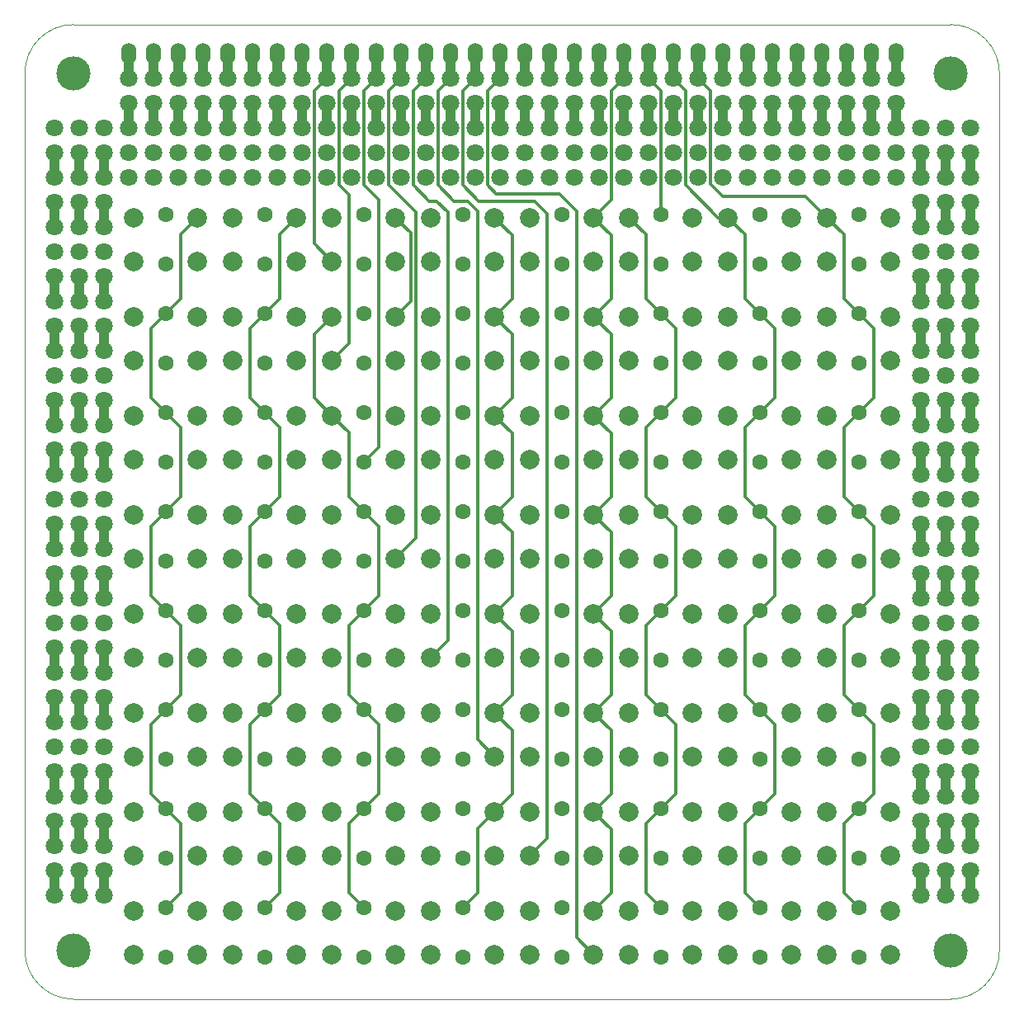
<source format=gtl>
G04 #@! TF.FileFunction,Copper,L1,Top,Signal*
%FSLAX46Y46*%
G04 Gerber Fmt 4.6, Leading zero omitted, Abs format (unit mm)*
G04 Created by KiCad (PCBNEW 4.0.5) date 11/09/17 02:57:30*
%MOMM*%
%LPD*%
G01*
G04 APERTURE LIST*
%ADD10C,0.150000*%
%ADD11C,0.100000*%
%ADD12C,1.000000*%
%ADD13C,2.000000*%
%ADD14C,1.600000*%
%ADD15C,3.500120*%
%ADD16O,1.524000X2.199640*%
%ADD17C,1.800000*%
%ADD18C,0.300000*%
G04 APERTURE END LIST*
D10*
D11*
X60000000Y-95000000D02*
G75*
G03X55000000Y-100000000I0J-5000000D01*
G01*
X155000000Y-100000000D02*
G75*
G03X150000000Y-95000000I-5000000J0D01*
G01*
X150000000Y-195000000D02*
G75*
G03X155000000Y-190000000I0J5000000D01*
G01*
X55000000Y-190000000D02*
G75*
G03X60000000Y-195000000I5000000J0D01*
G01*
X60000000Y-95000000D02*
X150000000Y-95000000D01*
X155000000Y-100000000D02*
X155000000Y-190000000D01*
X150000000Y-195000000D02*
X60000000Y-195000000D01*
X55000000Y-190000000D02*
X55000000Y-100000000D01*
D12*
X58010000Y-179290000D02*
X58010000Y-176750000D01*
X60550000Y-179290000D02*
X60550000Y-176750000D01*
X63090000Y-179290000D02*
X63090000Y-176750000D01*
X58010000Y-184370000D02*
X58010000Y-181830000D01*
X63090000Y-184370000D02*
X63090000Y-181830000D01*
X60550000Y-184370000D02*
X60550000Y-181830000D01*
X58010000Y-174210000D02*
X58010000Y-171670000D01*
X60550000Y-174210000D02*
X60550000Y-171670000D01*
X63090000Y-174210000D02*
X63090000Y-171670000D01*
X63090000Y-153890000D02*
X63090000Y-151350000D01*
X60550000Y-153890000D02*
X60550000Y-151350000D01*
X58010000Y-153890000D02*
X58010000Y-151350000D01*
X58010000Y-148810000D02*
X58010000Y-146270000D01*
X60550000Y-148810000D02*
X60550000Y-146270000D01*
X63090000Y-148810000D02*
X63090000Y-146270000D01*
X63090000Y-161510000D02*
X63090000Y-158970000D01*
X60550000Y-161510000D02*
X60550000Y-158970000D01*
X58010000Y-161510000D02*
X58010000Y-158970000D01*
X58010000Y-166590000D02*
X58010000Y-164050000D01*
X60550000Y-166590000D02*
X60550000Y-164050000D01*
X63090000Y-166590000D02*
X63090000Y-164050000D01*
X63090000Y-123410000D02*
X63090000Y-120870000D01*
X60550000Y-123410000D02*
X60550000Y-120870000D01*
X58010000Y-123410000D02*
X58010000Y-120870000D01*
X65630000Y-105630000D02*
X65630000Y-103090000D01*
X63090000Y-110710000D02*
X63090000Y-108170000D01*
X60550000Y-110710000D02*
X60550000Y-108170000D01*
X58010000Y-110710000D02*
X58010000Y-108170000D01*
X58010000Y-115790000D02*
X58010000Y-113250000D01*
X60550000Y-115790000D02*
X60550000Y-113250000D01*
X63090000Y-115790000D02*
X63090000Y-113250000D01*
X63090000Y-136110000D02*
X63090000Y-133570000D01*
X60550000Y-136110000D02*
X60550000Y-133570000D01*
X58010000Y-136110000D02*
X58010000Y-133570000D01*
X58010000Y-128490000D02*
X58010000Y-125950000D01*
X60550000Y-128490000D02*
X60550000Y-125950000D01*
X63090000Y-128490000D02*
X63090000Y-125950000D01*
X63090000Y-141190000D02*
X63090000Y-138650000D01*
X60550000Y-141190000D02*
X60550000Y-138650000D01*
X58010000Y-141190000D02*
X58010000Y-138650000D01*
X151990000Y-148810000D02*
X151990000Y-146270000D01*
X149450000Y-148810000D02*
X149450000Y-146270000D01*
X146910000Y-148810000D02*
X146910000Y-146270000D01*
X146910000Y-141190000D02*
X146910000Y-138650000D01*
X149450000Y-141190000D02*
X149450000Y-138650000D01*
X151990000Y-141190000D02*
X151990000Y-138650000D01*
X146910000Y-136110000D02*
X146910000Y-133570000D01*
X149450000Y-136110000D02*
X149450000Y-133570000D01*
X151990000Y-136110000D02*
X151990000Y-133570000D01*
X151990000Y-115790000D02*
X151990000Y-113250000D01*
X149450000Y-115790000D02*
X149450000Y-113250000D01*
X146910000Y-115790000D02*
X146910000Y-113250000D01*
X146910000Y-110710000D02*
X146910000Y-108170000D01*
X149450000Y-110710000D02*
X149450000Y-108170000D01*
X151990000Y-110710000D02*
X151990000Y-108170000D01*
X151990000Y-123410000D02*
X151990000Y-120870000D01*
X149450000Y-123410000D02*
X149450000Y-120870000D01*
X146910000Y-123410000D02*
X146910000Y-120870000D01*
X146910000Y-128490000D02*
X146910000Y-125950000D01*
X149450000Y-128490000D02*
X149450000Y-125950000D01*
X151990000Y-128490000D02*
X151990000Y-125950000D01*
X151990000Y-166590000D02*
X151990000Y-164050000D01*
X149450000Y-166590000D02*
X149450000Y-164050000D01*
X146910000Y-166590000D02*
X146910000Y-164050000D01*
X146910000Y-161510000D02*
X146910000Y-158970000D01*
X149450000Y-161510000D02*
X149450000Y-158970000D01*
X151990000Y-161510000D02*
X151990000Y-158970000D01*
X151990000Y-153890000D02*
X151990000Y-151350000D01*
X149450000Y-153890000D02*
X149450000Y-151350000D01*
X146910000Y-153890000D02*
X146910000Y-151350000D01*
X151990000Y-179290000D02*
X151990000Y-176750000D01*
X149450000Y-179290000D02*
X149450000Y-176750000D01*
X146910000Y-179290000D02*
X146910000Y-176750000D01*
X146910000Y-174210000D02*
X146910000Y-171670000D01*
X149450000Y-174210000D02*
X149450000Y-171670000D01*
X151990000Y-174210000D02*
X151990000Y-171670000D01*
X151990000Y-184370000D02*
X151990000Y-181830000D01*
X149450000Y-184370000D02*
X149450000Y-181830000D01*
X146910000Y-184370000D02*
X146910000Y-181830000D01*
X139290000Y-105630000D02*
X139290000Y-103090000D01*
X136750000Y-105630000D02*
X136750000Y-103090000D01*
X134210000Y-105630000D02*
X134210000Y-103090000D01*
X141830000Y-105630000D02*
X141830000Y-103090000D01*
X144370000Y-105630000D02*
X144370000Y-103090000D01*
X131670000Y-105630000D02*
X131670000Y-103090000D01*
X129130000Y-105630000D02*
X129130000Y-103090000D01*
X126590000Y-105630000D02*
X126590000Y-103090000D01*
X121510000Y-105630000D02*
X121510000Y-103090000D01*
X124050000Y-105630000D02*
X124050000Y-103090000D01*
X93570000Y-105630000D02*
X93570000Y-103090000D01*
X91030000Y-105630000D02*
X91030000Y-103090000D01*
X88490000Y-105630000D02*
X88490000Y-103090000D01*
X96110000Y-105630000D02*
X96110000Y-103090000D01*
X98650000Y-105630000D02*
X98650000Y-103090000D01*
X101190000Y-105630000D02*
X101190000Y-103090000D01*
X116430000Y-105630000D02*
X116430000Y-103090000D01*
X113890000Y-105630000D02*
X113890000Y-103090000D01*
X111350000Y-105630000D02*
X111350000Y-103090000D01*
X103730000Y-105630000D02*
X103730000Y-103090000D01*
X106270000Y-105630000D02*
X106270000Y-103090000D01*
X108810000Y-105630000D02*
X108810000Y-103090000D01*
X78330000Y-105630000D02*
X78330000Y-103090000D01*
X75790000Y-105630000D02*
X75790000Y-103090000D01*
X73250000Y-105630000D02*
X73250000Y-103090000D01*
X80870000Y-105630000D02*
X80870000Y-103090000D01*
X83410000Y-105630000D02*
X83410000Y-103090000D01*
X85950000Y-105630000D02*
X85950000Y-103090000D01*
X70710000Y-105630000D02*
X70710000Y-103090000D01*
X68170000Y-105630000D02*
X68170000Y-103090000D01*
X118970000Y-105630000D02*
X118970000Y-103090000D01*
X106270000Y-100550000D02*
X106270000Y-98010000D01*
X108810000Y-100550000D02*
X108810000Y-98010000D01*
X111350000Y-100550000D02*
X111350000Y-98010000D01*
X113890000Y-100550000D02*
X113890000Y-98010000D01*
X116430000Y-100550000D02*
X116430000Y-98010000D01*
X118970000Y-100550000D02*
X118970000Y-98010000D01*
X121510000Y-100550000D02*
X121510000Y-98010000D01*
X124050000Y-100550000D02*
X124050000Y-98010000D01*
X144370000Y-100550000D02*
X144370000Y-98010000D01*
X141830000Y-100550000D02*
X141830000Y-98010000D01*
X139290000Y-100550000D02*
X139290000Y-98010000D01*
X136750000Y-100550000D02*
X136750000Y-98010000D01*
X134210000Y-100550000D02*
X134210000Y-98010000D01*
X131670000Y-100550000D02*
X131670000Y-98010000D01*
X129130000Y-100550000D02*
X129130000Y-98010000D01*
X126590000Y-100550000D02*
X126590000Y-98010000D01*
X83410000Y-100550000D02*
X83410000Y-98010000D01*
X80870000Y-100550000D02*
X80870000Y-98010000D01*
X78330000Y-100550000D02*
X78330000Y-98010000D01*
X75790000Y-100550000D02*
X75790000Y-98010000D01*
X73250000Y-100550000D02*
X73250000Y-98010000D01*
X70710000Y-100550000D02*
X70710000Y-98010000D01*
X68170000Y-100550000D02*
X68170000Y-98010000D01*
X65630000Y-100550000D02*
X65630000Y-98010000D01*
X85950000Y-100550000D02*
X85950000Y-98010000D01*
X88490000Y-100550000D02*
X88490000Y-98010000D01*
X91030000Y-100550000D02*
X91030000Y-98010000D01*
X93570000Y-100550000D02*
X93570000Y-98010000D01*
X96110000Y-100550000D02*
X96110000Y-98010000D01*
X98650000Y-100550000D02*
X98650000Y-98010000D01*
X101190000Y-100550000D02*
X101190000Y-98010000D01*
X103730000Y-100550000D02*
X103730000Y-98010000D01*
D13*
X86510000Y-129470000D03*
X93010000Y-124970000D03*
X86510000Y-124970000D03*
X93010000Y-129470000D03*
D14*
X89760000Y-124680000D03*
X89760000Y-129760000D03*
D13*
X66190000Y-139630000D03*
X72690000Y-135130000D03*
X66190000Y-135130000D03*
X72690000Y-139630000D03*
D14*
X69440000Y-134840000D03*
X69440000Y-139920000D03*
D13*
X66190000Y-129470000D03*
X72690000Y-124970000D03*
X66190000Y-124970000D03*
X72690000Y-129470000D03*
D14*
X69440000Y-124680000D03*
X69440000Y-129760000D03*
D13*
X106830000Y-119310000D03*
X113330000Y-114810000D03*
X106830000Y-114810000D03*
X113330000Y-119310000D03*
D14*
X110080000Y-114520000D03*
X110080000Y-119600000D03*
D15*
X60000000Y-100000000D03*
X60000000Y-100000000D03*
X150000000Y-100000000D03*
X150000000Y-100000000D03*
X150000000Y-190000000D03*
X150000000Y-190000000D03*
X60000000Y-190000000D03*
X60000000Y-190000000D03*
D16*
X85950000Y-98010000D03*
X88490000Y-98010000D03*
X91030000Y-98010000D03*
X93570000Y-98010000D03*
X96110000Y-98010000D03*
X98650000Y-98010000D03*
X101190000Y-98010000D03*
X103730000Y-98010000D03*
X106270000Y-98010000D03*
X108810000Y-98010000D03*
X111350000Y-98010000D03*
X113890000Y-98010000D03*
X116430000Y-98010000D03*
X118970000Y-98010000D03*
X121510000Y-98010000D03*
X124050000Y-98010000D03*
X65630000Y-98010000D03*
X68170000Y-98010000D03*
X70710000Y-98010000D03*
X73250000Y-98010000D03*
X75790000Y-98010000D03*
X78330000Y-98010000D03*
X80870000Y-98010000D03*
X83410000Y-98010000D03*
X126590000Y-98010000D03*
X129130000Y-98010000D03*
X131670000Y-98010000D03*
X134210000Y-98010000D03*
X136750000Y-98010000D03*
X139290000Y-98010000D03*
X141830000Y-98010000D03*
X144370000Y-98010000D03*
D13*
X66190000Y-119310000D03*
X72690000Y-114810000D03*
X66190000Y-114810000D03*
X72690000Y-119310000D03*
D14*
X69440000Y-114520000D03*
X69440000Y-119600000D03*
D13*
X76350000Y-119310000D03*
X82850000Y-114810000D03*
X76350000Y-114810000D03*
X82850000Y-119310000D03*
D14*
X79600000Y-114520000D03*
X79600000Y-119600000D03*
D13*
X86510000Y-119310000D03*
X93010000Y-114810000D03*
X86510000Y-114810000D03*
X93010000Y-119310000D03*
D14*
X89760000Y-114520000D03*
X89760000Y-119600000D03*
D13*
X96670000Y-119310000D03*
X103170000Y-114810000D03*
X96670000Y-114810000D03*
X103170000Y-119310000D03*
D14*
X99920000Y-114520000D03*
X99920000Y-119600000D03*
D13*
X116990000Y-119310000D03*
X123490000Y-114810000D03*
X116990000Y-114810000D03*
X123490000Y-119310000D03*
D14*
X120240000Y-114520000D03*
X120240000Y-119600000D03*
D13*
X127150000Y-119310000D03*
X133650000Y-114810000D03*
X127150000Y-114810000D03*
X133650000Y-119310000D03*
D14*
X130400000Y-114520000D03*
X130400000Y-119600000D03*
D13*
X137310000Y-119310000D03*
X143810000Y-114810000D03*
X137310000Y-114810000D03*
X143810000Y-119310000D03*
D14*
X140560000Y-114520000D03*
X140560000Y-119600000D03*
D13*
X76350000Y-129470000D03*
X82850000Y-124970000D03*
X76350000Y-124970000D03*
X82850000Y-129470000D03*
D14*
X79600000Y-124680000D03*
X79600000Y-129760000D03*
D13*
X96670000Y-129470000D03*
X103170000Y-124970000D03*
X96670000Y-124970000D03*
X103170000Y-129470000D03*
D14*
X99920000Y-124680000D03*
X99920000Y-129760000D03*
D13*
X116990000Y-129470000D03*
X123490000Y-124970000D03*
X116990000Y-124970000D03*
X123490000Y-129470000D03*
D14*
X120240000Y-124680000D03*
X120240000Y-129760000D03*
D13*
X127150000Y-129470000D03*
X133650000Y-124970000D03*
X127150000Y-124970000D03*
X133650000Y-129470000D03*
D14*
X130400000Y-124680000D03*
X130400000Y-129760000D03*
D13*
X137310000Y-129470000D03*
X143810000Y-124970000D03*
X137310000Y-124970000D03*
X143810000Y-129470000D03*
D14*
X140560000Y-124680000D03*
X140560000Y-129760000D03*
D13*
X76350000Y-139630000D03*
X82850000Y-135130000D03*
X76350000Y-135130000D03*
X82850000Y-139630000D03*
D14*
X79600000Y-134840000D03*
X79600000Y-139920000D03*
D13*
X86510000Y-139630000D03*
X93010000Y-135130000D03*
X86510000Y-135130000D03*
X93010000Y-139630000D03*
D14*
X89760000Y-134840000D03*
X89760000Y-139920000D03*
D13*
X106830000Y-139630000D03*
X113330000Y-135130000D03*
X106830000Y-135130000D03*
X113330000Y-139630000D03*
D14*
X110080000Y-134840000D03*
X110080000Y-139920000D03*
D13*
X116990000Y-139630000D03*
X123490000Y-135130000D03*
X116990000Y-135130000D03*
X123490000Y-139630000D03*
D14*
X120240000Y-134840000D03*
X120240000Y-139920000D03*
D13*
X127150000Y-139630000D03*
X133650000Y-135130000D03*
X127150000Y-135130000D03*
X133650000Y-139630000D03*
D14*
X130400000Y-134840000D03*
X130400000Y-139920000D03*
D13*
X137310000Y-139630000D03*
X143810000Y-135130000D03*
X137310000Y-135130000D03*
X143810000Y-139630000D03*
D14*
X140560000Y-134840000D03*
X140560000Y-139920000D03*
D13*
X66190000Y-149790000D03*
X72690000Y-145290000D03*
X66190000Y-145290000D03*
X72690000Y-149790000D03*
D14*
X69440000Y-145000000D03*
X69440000Y-150080000D03*
D13*
X76350000Y-149790000D03*
X82850000Y-145290000D03*
X76350000Y-145290000D03*
X82850000Y-149790000D03*
D14*
X79600000Y-145000000D03*
X79600000Y-150080000D03*
D13*
X86510000Y-149790000D03*
X93010000Y-145290000D03*
X86510000Y-145290000D03*
X93010000Y-149790000D03*
D14*
X89760000Y-145000000D03*
X89760000Y-150080000D03*
D13*
X96670000Y-149790000D03*
X103170000Y-145290000D03*
X96670000Y-145290000D03*
X103170000Y-149790000D03*
D14*
X99920000Y-145000000D03*
X99920000Y-150080000D03*
D13*
X106830000Y-149790000D03*
X113330000Y-145290000D03*
X106830000Y-145290000D03*
X113330000Y-149790000D03*
D14*
X110080000Y-145000000D03*
X110080000Y-150080000D03*
D13*
X116990000Y-149790000D03*
X123490000Y-145290000D03*
X116990000Y-145290000D03*
X123490000Y-149790000D03*
D14*
X120240000Y-145000000D03*
X120240000Y-150080000D03*
D13*
X127150000Y-149790000D03*
X133650000Y-145290000D03*
X127150000Y-145290000D03*
X133650000Y-149790000D03*
D14*
X130400000Y-145000000D03*
X130400000Y-150080000D03*
D13*
X137310000Y-149790000D03*
X143810000Y-145290000D03*
X137310000Y-145290000D03*
X143810000Y-149790000D03*
D14*
X140560000Y-145000000D03*
X140560000Y-150080000D03*
D13*
X66190000Y-159950000D03*
X72690000Y-155450000D03*
X66190000Y-155450000D03*
X72690000Y-159950000D03*
D14*
X69440000Y-155160000D03*
X69440000Y-160240000D03*
D13*
X76350000Y-159950000D03*
X82850000Y-155450000D03*
X76350000Y-155450000D03*
X82850000Y-159950000D03*
D14*
X79600000Y-155160000D03*
X79600000Y-160240000D03*
D13*
X86510000Y-159950000D03*
X93010000Y-155450000D03*
X86510000Y-155450000D03*
X93010000Y-159950000D03*
D14*
X89760000Y-155160000D03*
X89760000Y-160240000D03*
D13*
X96670000Y-159950000D03*
X103170000Y-155450000D03*
X96670000Y-155450000D03*
X103170000Y-159950000D03*
D14*
X99920000Y-155160000D03*
X99920000Y-160240000D03*
D13*
X106830000Y-159950000D03*
X113330000Y-155450000D03*
X106830000Y-155450000D03*
X113330000Y-159950000D03*
D14*
X110080000Y-155160000D03*
X110080000Y-160240000D03*
D13*
X116990000Y-159950000D03*
X123490000Y-155450000D03*
X116990000Y-155450000D03*
X123490000Y-159950000D03*
D14*
X120240000Y-155160000D03*
X120240000Y-160240000D03*
D13*
X127150000Y-159950000D03*
X133650000Y-155450000D03*
X127150000Y-155450000D03*
X133650000Y-159950000D03*
D14*
X130400000Y-155160000D03*
X130400000Y-160240000D03*
D13*
X137310000Y-159950000D03*
X143810000Y-155450000D03*
X137310000Y-155450000D03*
X143810000Y-159950000D03*
D14*
X140560000Y-155160000D03*
X140560000Y-160240000D03*
D13*
X66190000Y-170110000D03*
X72690000Y-165610000D03*
X66190000Y-165610000D03*
X72690000Y-170110000D03*
D14*
X69440000Y-165320000D03*
X69440000Y-170400000D03*
D13*
X76350000Y-170110000D03*
X82850000Y-165610000D03*
X76350000Y-165610000D03*
X82850000Y-170110000D03*
D14*
X79600000Y-165320000D03*
X79600000Y-170400000D03*
D13*
X86510000Y-170110000D03*
X93010000Y-165610000D03*
X86510000Y-165610000D03*
X93010000Y-170110000D03*
D14*
X89760000Y-165320000D03*
X89760000Y-170400000D03*
D13*
X96670000Y-170110000D03*
X103170000Y-165610000D03*
X96670000Y-165610000D03*
X103170000Y-170110000D03*
D14*
X99920000Y-165320000D03*
X99920000Y-170400000D03*
D13*
X106830000Y-170110000D03*
X113330000Y-165610000D03*
X106830000Y-165610000D03*
X113330000Y-170110000D03*
D14*
X110080000Y-165320000D03*
X110080000Y-170400000D03*
D13*
X116990000Y-170110000D03*
X123490000Y-165610000D03*
X116990000Y-165610000D03*
X123490000Y-170110000D03*
D14*
X120240000Y-165320000D03*
X120240000Y-170400000D03*
D13*
X127150000Y-170110000D03*
X133650000Y-165610000D03*
X127150000Y-165610000D03*
X133650000Y-170110000D03*
D14*
X130400000Y-165320000D03*
X130400000Y-170400000D03*
D13*
X137310000Y-170110000D03*
X143810000Y-165610000D03*
X137310000Y-165610000D03*
X143810000Y-170110000D03*
D14*
X140560000Y-165320000D03*
X140560000Y-170400000D03*
D13*
X66190000Y-180270000D03*
X72690000Y-175770000D03*
X66190000Y-175770000D03*
X72690000Y-180270000D03*
D14*
X69440000Y-175480000D03*
X69440000Y-180560000D03*
D13*
X76350000Y-180270000D03*
X82850000Y-175770000D03*
X76350000Y-175770000D03*
X82850000Y-180270000D03*
D14*
X79600000Y-175480000D03*
X79600000Y-180560000D03*
D13*
X86510000Y-180270000D03*
X93010000Y-175770000D03*
X86510000Y-175770000D03*
X93010000Y-180270000D03*
D14*
X89760000Y-175480000D03*
X89760000Y-180560000D03*
D13*
X96670000Y-180270000D03*
X103170000Y-175770000D03*
X96670000Y-175770000D03*
X103170000Y-180270000D03*
D14*
X99920000Y-175480000D03*
X99920000Y-180560000D03*
D13*
X106830000Y-180270000D03*
X113330000Y-175770000D03*
X106830000Y-175770000D03*
X113330000Y-180270000D03*
D14*
X110080000Y-175480000D03*
X110080000Y-180560000D03*
D13*
X116990000Y-180270000D03*
X123490000Y-175770000D03*
X116990000Y-175770000D03*
X123490000Y-180270000D03*
D14*
X120240000Y-175480000D03*
X120240000Y-180560000D03*
D13*
X127150000Y-180270000D03*
X133650000Y-175770000D03*
X127150000Y-175770000D03*
X133650000Y-180270000D03*
D14*
X130400000Y-175480000D03*
X130400000Y-180560000D03*
D13*
X137310000Y-180270000D03*
X143810000Y-175770000D03*
X137310000Y-175770000D03*
X143810000Y-180270000D03*
D14*
X140560000Y-175480000D03*
X140560000Y-180560000D03*
D13*
X66190000Y-190430000D03*
X72690000Y-185930000D03*
X66190000Y-185930000D03*
X72690000Y-190430000D03*
D14*
X69440000Y-185640000D03*
X69440000Y-190720000D03*
D13*
X76350000Y-190430000D03*
X82850000Y-185930000D03*
X76350000Y-185930000D03*
X82850000Y-190430000D03*
D14*
X79600000Y-185640000D03*
X79600000Y-190720000D03*
D13*
X86510000Y-190430000D03*
X93010000Y-185930000D03*
X86510000Y-185930000D03*
X93010000Y-190430000D03*
D14*
X89760000Y-185640000D03*
X89760000Y-190720000D03*
D13*
X96670000Y-190430000D03*
X103170000Y-185930000D03*
X96670000Y-185930000D03*
X103170000Y-190430000D03*
D14*
X99920000Y-185640000D03*
X99920000Y-190720000D03*
D13*
X106830000Y-190430000D03*
X113330000Y-185930000D03*
X106830000Y-185930000D03*
X113330000Y-190430000D03*
D14*
X110080000Y-185640000D03*
X110080000Y-190720000D03*
D13*
X116990000Y-190430000D03*
X123490000Y-185930000D03*
X116990000Y-185930000D03*
X123490000Y-190430000D03*
D14*
X120240000Y-185640000D03*
X120240000Y-190720000D03*
D13*
X127150000Y-190430000D03*
X133650000Y-185930000D03*
X127150000Y-185930000D03*
X133650000Y-190430000D03*
D14*
X130400000Y-185640000D03*
X130400000Y-190720000D03*
D13*
X137310000Y-190430000D03*
X143810000Y-185930000D03*
X137310000Y-185930000D03*
X143810000Y-190430000D03*
D14*
X140560000Y-185640000D03*
X140560000Y-190720000D03*
D13*
X106830000Y-129470000D03*
X113330000Y-124970000D03*
X106830000Y-124970000D03*
X113330000Y-129470000D03*
D14*
X110080000Y-124680000D03*
X110080000Y-129760000D03*
D13*
X96670000Y-139630000D03*
X103170000Y-135130000D03*
X96670000Y-135130000D03*
X103170000Y-139630000D03*
D14*
X99920000Y-134840000D03*
X99920000Y-139920000D03*
D17*
X58010000Y-176750000D03*
X58010000Y-179290000D03*
X60550000Y-176750000D03*
X60550000Y-179290000D03*
X63090000Y-176750000D03*
X63090000Y-179290000D03*
X58010000Y-181830000D03*
X58010000Y-184370000D03*
X63090000Y-181830000D03*
X63090000Y-184370000D03*
X60550000Y-181830000D03*
X60550000Y-184370000D03*
X58010000Y-171670000D03*
X58010000Y-174210000D03*
X60550000Y-171670000D03*
X60550000Y-174210000D03*
X63090000Y-171670000D03*
X63090000Y-174210000D03*
X63090000Y-151350000D03*
X63090000Y-153890000D03*
X60550000Y-151350000D03*
X60550000Y-153890000D03*
X58010000Y-151350000D03*
X58010000Y-153890000D03*
X58010000Y-146270000D03*
X58010000Y-148810000D03*
X60550000Y-146270000D03*
X60550000Y-148810000D03*
X63090000Y-146270000D03*
X63090000Y-148810000D03*
X63090000Y-158970000D03*
X63090000Y-161510000D03*
X60550000Y-158970000D03*
X60550000Y-161510000D03*
X58010000Y-158970000D03*
X58010000Y-161510000D03*
X58010000Y-164050000D03*
X58010000Y-166590000D03*
X60550000Y-164050000D03*
X60550000Y-166590000D03*
X63090000Y-164050000D03*
X63090000Y-166590000D03*
X63090000Y-120870000D03*
X63090000Y-123410000D03*
X60550000Y-120870000D03*
X60550000Y-123410000D03*
X58010000Y-120870000D03*
X58010000Y-123410000D03*
X65630000Y-103090000D03*
X65630000Y-105630000D03*
X63090000Y-108170000D03*
X63090000Y-110710000D03*
X60550000Y-108170000D03*
X60550000Y-110710000D03*
X58010000Y-108170000D03*
X58010000Y-110710000D03*
X58010000Y-113250000D03*
X58010000Y-115790000D03*
X60550000Y-113250000D03*
X60550000Y-115790000D03*
X63090000Y-113250000D03*
X63090000Y-115790000D03*
X63090000Y-133570000D03*
X63090000Y-136110000D03*
X60550000Y-133570000D03*
X60550000Y-136110000D03*
X58010000Y-133570000D03*
X58010000Y-136110000D03*
X58010000Y-125950000D03*
X58010000Y-128490000D03*
X60550000Y-125950000D03*
X60550000Y-128490000D03*
X63090000Y-125950000D03*
X63090000Y-128490000D03*
X63090000Y-138650000D03*
X63090000Y-141190000D03*
X60550000Y-138650000D03*
X60550000Y-141190000D03*
X58010000Y-138650000D03*
X58010000Y-141190000D03*
X151990000Y-146270000D03*
X151990000Y-148810000D03*
X149450000Y-146270000D03*
X149450000Y-148810000D03*
X146910000Y-146270000D03*
X146910000Y-148810000D03*
X146910000Y-138650000D03*
X146910000Y-141190000D03*
X149450000Y-138650000D03*
X149450000Y-141190000D03*
X151990000Y-138650000D03*
X151990000Y-141190000D03*
X146910000Y-133570000D03*
X146910000Y-136110000D03*
X149450000Y-133570000D03*
X149450000Y-136110000D03*
X151990000Y-133570000D03*
X151990000Y-136110000D03*
X151990000Y-113250000D03*
X151990000Y-115790000D03*
X149450000Y-113250000D03*
X149450000Y-115790000D03*
X146910000Y-113250000D03*
X146910000Y-115790000D03*
X146910000Y-108170000D03*
X146910000Y-110710000D03*
X149450000Y-108170000D03*
X149450000Y-110710000D03*
X151990000Y-108170000D03*
X151990000Y-110710000D03*
X151990000Y-120870000D03*
X151990000Y-123410000D03*
X149450000Y-120870000D03*
X149450000Y-123410000D03*
X146910000Y-120870000D03*
X146910000Y-123410000D03*
X146910000Y-125950000D03*
X146910000Y-128490000D03*
X149450000Y-125950000D03*
X149450000Y-128490000D03*
X151990000Y-125950000D03*
X151990000Y-128490000D03*
X151990000Y-164050000D03*
X151990000Y-166590000D03*
X149450000Y-164050000D03*
X149450000Y-166590000D03*
X146910000Y-164050000D03*
X146910000Y-166590000D03*
X146910000Y-158970000D03*
X146910000Y-161510000D03*
X149450000Y-158970000D03*
X149450000Y-161510000D03*
X151990000Y-158970000D03*
X151990000Y-161510000D03*
X151990000Y-151350000D03*
X151990000Y-153890000D03*
X149450000Y-151350000D03*
X149450000Y-153890000D03*
X146910000Y-151350000D03*
X146910000Y-153890000D03*
X151990000Y-176750000D03*
X151990000Y-179290000D03*
X149450000Y-176750000D03*
X149450000Y-179290000D03*
X146910000Y-176750000D03*
X146910000Y-179290000D03*
X146910000Y-171670000D03*
X146910000Y-174210000D03*
X149450000Y-171670000D03*
X149450000Y-174210000D03*
X151990000Y-171670000D03*
X151990000Y-174210000D03*
X151990000Y-181830000D03*
X151990000Y-184370000D03*
X149450000Y-181830000D03*
X149450000Y-184370000D03*
X146910000Y-181830000D03*
X146910000Y-184370000D03*
X141830000Y-110710000D03*
X144370000Y-110710000D03*
X65630000Y-108170000D03*
X68170000Y-108170000D03*
X70710000Y-108170000D03*
X73250000Y-108170000D03*
X80870000Y-110710000D03*
X83410000Y-110710000D03*
X80870000Y-108170000D03*
X83410000Y-108170000D03*
X75790000Y-110710000D03*
X78330000Y-110710000D03*
X65630000Y-110710000D03*
X68170000Y-110710000D03*
X70710000Y-110710000D03*
X73250000Y-110710000D03*
X75790000Y-108170000D03*
X78330000Y-108170000D03*
X106270000Y-108170000D03*
X108810000Y-108170000D03*
X101190000Y-110710000D03*
X103730000Y-110710000D03*
X101190000Y-108170000D03*
X103730000Y-108170000D03*
X106270000Y-110710000D03*
X108810000Y-110710000D03*
X111350000Y-108170000D03*
X113890000Y-108170000D03*
X111350000Y-110710000D03*
X113890000Y-110710000D03*
X96110000Y-110710000D03*
X98650000Y-110710000D03*
X96110000Y-108170000D03*
X98650000Y-108170000D03*
X91030000Y-110710000D03*
X93570000Y-110710000D03*
X85950000Y-108170000D03*
X88490000Y-108170000D03*
X85950000Y-110710000D03*
X88490000Y-110710000D03*
X91030000Y-108170000D03*
X93570000Y-108170000D03*
X121510000Y-108170000D03*
X124050000Y-108170000D03*
X116430000Y-110710000D03*
X118970000Y-110710000D03*
X116430000Y-108170000D03*
X118970000Y-108170000D03*
X121510000Y-110710000D03*
X124050000Y-110710000D03*
X126590000Y-108170000D03*
X129130000Y-108170000D03*
X126590000Y-110710000D03*
X129130000Y-110710000D03*
X141830000Y-108170000D03*
X144370000Y-108170000D03*
X136750000Y-110710000D03*
X139290000Y-110710000D03*
X131670000Y-108170000D03*
X134210000Y-108170000D03*
X131670000Y-110710000D03*
X134210000Y-110710000D03*
X136750000Y-108170000D03*
X139290000Y-108170000D03*
X139290000Y-103090000D03*
X139290000Y-105630000D03*
X136750000Y-103090000D03*
X136750000Y-105630000D03*
X134210000Y-103090000D03*
X134210000Y-105630000D03*
X141830000Y-103090000D03*
X141830000Y-105630000D03*
X144370000Y-103090000D03*
X144370000Y-105630000D03*
X131670000Y-103090000D03*
X131670000Y-105630000D03*
X129130000Y-103090000D03*
X129130000Y-105630000D03*
X126590000Y-103090000D03*
X126590000Y-105630000D03*
X121510000Y-103090000D03*
X121510000Y-105630000D03*
X124050000Y-103090000D03*
X124050000Y-105630000D03*
X93570000Y-103090000D03*
X93570000Y-105630000D03*
X91030000Y-103090000D03*
X91030000Y-105630000D03*
X88490000Y-103090000D03*
X88490000Y-105630000D03*
X96110000Y-103090000D03*
X96110000Y-105630000D03*
X98650000Y-103090000D03*
X98650000Y-105630000D03*
X101190000Y-103090000D03*
X101190000Y-105630000D03*
X116430000Y-103090000D03*
X116430000Y-105630000D03*
X113890000Y-103090000D03*
X113890000Y-105630000D03*
X111350000Y-103090000D03*
X111350000Y-105630000D03*
X103730000Y-103090000D03*
X103730000Y-105630000D03*
X106270000Y-103090000D03*
X106270000Y-105630000D03*
X108810000Y-103090000D03*
X108810000Y-105630000D03*
X78330000Y-103090000D03*
X78330000Y-105630000D03*
X75790000Y-103090000D03*
X75790000Y-105630000D03*
X73250000Y-103090000D03*
X73250000Y-105630000D03*
X80870000Y-103090000D03*
X80870000Y-105630000D03*
X83410000Y-103090000D03*
X83410000Y-105630000D03*
X85950000Y-103090000D03*
X85950000Y-105630000D03*
X70710000Y-103090000D03*
X70710000Y-105630000D03*
X68170000Y-103090000D03*
X68170000Y-105630000D03*
X118970000Y-103090000D03*
X118970000Y-105630000D03*
X106270000Y-100550000D03*
X108810000Y-100550000D03*
X111350000Y-100550000D03*
X113890000Y-100550000D03*
X116430000Y-100550000D03*
X118970000Y-100550000D03*
X121510000Y-100550000D03*
X124050000Y-100550000D03*
X144370000Y-100550000D03*
X141830000Y-100550000D03*
X139290000Y-100550000D03*
X136750000Y-100550000D03*
X134210000Y-100550000D03*
X131670000Y-100550000D03*
X129130000Y-100550000D03*
X126590000Y-100550000D03*
X83410000Y-100550000D03*
X80870000Y-100550000D03*
X78330000Y-100550000D03*
X75790000Y-100550000D03*
X73250000Y-100550000D03*
X70710000Y-100550000D03*
X68170000Y-100550000D03*
X65630000Y-100550000D03*
X85950000Y-100550000D03*
X88490000Y-100550000D03*
X91030000Y-100550000D03*
X93570000Y-100550000D03*
X96110000Y-100550000D03*
X98650000Y-100550000D03*
X101190000Y-100550000D03*
X103730000Y-100550000D03*
X60550000Y-169130000D03*
X63090000Y-169130000D03*
X58010000Y-169130000D03*
X60550000Y-156430000D03*
X63090000Y-156430000D03*
X58010000Y-156430000D03*
X60550000Y-118330000D03*
X63090000Y-118330000D03*
X58010000Y-118330000D03*
X60550000Y-105630000D03*
X63090000Y-105630000D03*
X58010000Y-105630000D03*
X60550000Y-143730000D03*
X63090000Y-143730000D03*
X58010000Y-143730000D03*
X60550000Y-131030000D03*
X63090000Y-131030000D03*
X58010000Y-131030000D03*
X149450000Y-105630000D03*
X151990000Y-105630000D03*
X146910000Y-105630000D03*
X149450000Y-118330000D03*
X151990000Y-118330000D03*
X146910000Y-118330000D03*
X149450000Y-169130000D03*
X151990000Y-169130000D03*
X146910000Y-169130000D03*
X149450000Y-156430000D03*
X151990000Y-156430000D03*
X146910000Y-156430000D03*
X149450000Y-131030000D03*
X151990000Y-131030000D03*
X146910000Y-131030000D03*
X149450000Y-143730000D03*
X151990000Y-143730000D03*
X146910000Y-143730000D03*
D18*
X108810000Y-112361000D02*
X109826000Y-112361000D01*
X111604000Y-114139000D02*
X111604000Y-114647000D01*
X109826000Y-112361000D02*
X111604000Y-114139000D01*
X106651000Y-112361000D02*
X108810000Y-112361000D01*
X111604000Y-188704000D02*
X113330000Y-190430000D01*
X111604000Y-114647000D02*
X111604000Y-188704000D01*
X102460000Y-111345000D02*
X102460000Y-111472000D01*
X102460000Y-101820000D02*
X102460000Y-111345000D01*
X103730000Y-100550000D02*
X102460000Y-101820000D01*
X103349000Y-112361000D02*
X106651000Y-112361000D01*
X102460000Y-111472000D02*
X103349000Y-112361000D01*
X140560000Y-175480000D02*
X139036000Y-177004000D01*
X139036000Y-184116000D02*
X140560000Y-185640000D01*
X139036000Y-177004000D02*
X139036000Y-184116000D01*
X140560000Y-165320000D02*
X142084000Y-166844000D01*
X142084000Y-173956000D02*
X140560000Y-175480000D01*
X142084000Y-166844000D02*
X142084000Y-173956000D01*
X140560000Y-155160000D02*
X139036000Y-156684000D01*
X139036000Y-163796000D02*
X140560000Y-165320000D01*
X139036000Y-156684000D02*
X139036000Y-163796000D01*
X140560000Y-145000000D02*
X142084000Y-146524000D01*
X142084000Y-153636000D02*
X140560000Y-155160000D01*
X142084000Y-146524000D02*
X142084000Y-153636000D01*
X140560000Y-134840000D02*
X139036000Y-136364000D01*
X139036000Y-143476000D02*
X140560000Y-145000000D01*
X139036000Y-136364000D02*
X139036000Y-143476000D01*
X140560000Y-124680000D02*
X142084000Y-126204000D01*
X142084000Y-133316000D02*
X140560000Y-134840000D01*
X142084000Y-126204000D02*
X142084000Y-133316000D01*
X137310000Y-114810000D02*
X139036000Y-116536000D01*
X139036000Y-123156000D02*
X140560000Y-124680000D01*
X139036000Y-116536000D02*
X139036000Y-123156000D01*
X124050000Y-100550000D02*
X125320000Y-101820000D01*
X125320000Y-101820000D02*
X125320000Y-111345000D01*
X125320000Y-111345000D02*
X126590000Y-112615000D01*
X126590000Y-112615000D02*
X135115000Y-112615000D01*
X135115000Y-112615000D02*
X137310000Y-114810000D01*
X122780000Y-111345000D02*
X122780000Y-111472000D01*
X122780000Y-101820000D02*
X122780000Y-111345000D01*
X121510000Y-100550000D02*
X122780000Y-101820000D01*
X126118000Y-114810000D02*
X127150000Y-114810000D01*
X122780000Y-111472000D02*
X126118000Y-114810000D01*
X130400000Y-175480000D02*
X128876000Y-177004000D01*
X128876000Y-184116000D02*
X130400000Y-185640000D01*
X128876000Y-177004000D02*
X128876000Y-184116000D01*
X130400000Y-165320000D02*
X131924000Y-166844000D01*
X131924000Y-173956000D02*
X130400000Y-175480000D01*
X131924000Y-166844000D02*
X131924000Y-173956000D01*
X130400000Y-155160000D02*
X128876000Y-156684000D01*
X128876000Y-163796000D02*
X130400000Y-165320000D01*
X128876000Y-156684000D02*
X128876000Y-163796000D01*
X130400000Y-145000000D02*
X131924000Y-146524000D01*
X131924000Y-153636000D02*
X130400000Y-155160000D01*
X131924000Y-146524000D02*
X131924000Y-153636000D01*
X130400000Y-134840000D02*
X128876000Y-136364000D01*
X128876000Y-143476000D02*
X130400000Y-145000000D01*
X128876000Y-136364000D02*
X128876000Y-143476000D01*
X130400000Y-124680000D02*
X131924000Y-126204000D01*
X131924000Y-133316000D02*
X130400000Y-134840000D01*
X131924000Y-126204000D02*
X131924000Y-133316000D01*
X127150000Y-114810000D02*
X128876000Y-116536000D01*
X128876000Y-123156000D02*
X130400000Y-124680000D01*
X128876000Y-116536000D02*
X128876000Y-123156000D01*
X120240000Y-175480000D02*
X118716000Y-177004000D01*
X118716000Y-184116000D02*
X120240000Y-185640000D01*
X118716000Y-177004000D02*
X118716000Y-184116000D01*
X120240000Y-165320000D02*
X121764000Y-166844000D01*
X121764000Y-173956000D02*
X120240000Y-175480000D01*
X121764000Y-166844000D02*
X121764000Y-173956000D01*
X120240000Y-155160000D02*
X118716000Y-156684000D01*
X118716000Y-163796000D02*
X120240000Y-165320000D01*
X118716000Y-156684000D02*
X118716000Y-163796000D01*
X120240000Y-145000000D02*
X121764000Y-146524000D01*
X121764000Y-153636000D02*
X120240000Y-155160000D01*
X121764000Y-146524000D02*
X121764000Y-153636000D01*
X120240000Y-134840000D02*
X118716000Y-136364000D01*
X118716000Y-143476000D02*
X120240000Y-145000000D01*
X118716000Y-136364000D02*
X118716000Y-143476000D01*
X120240000Y-124680000D02*
X121764000Y-126204000D01*
X121764000Y-133316000D02*
X120240000Y-134840000D01*
X121764000Y-126204000D02*
X121764000Y-133316000D01*
X116990000Y-114810000D02*
X118716000Y-116536000D01*
X118716000Y-123156000D02*
X120240000Y-124680000D01*
X118716000Y-116536000D02*
X118716000Y-123156000D01*
X118970000Y-100550000D02*
X120240000Y-101820000D01*
X120240000Y-101820000D02*
X120240000Y-114520000D01*
X113330000Y-175770000D02*
X115160000Y-177600000D01*
X115160000Y-184100000D02*
X113330000Y-185930000D01*
X115160000Y-177600000D02*
X115160000Y-184100000D01*
X113330000Y-165610000D02*
X115160000Y-167440000D01*
X115160000Y-173940000D02*
X113330000Y-175770000D01*
X115160000Y-167440000D02*
X115160000Y-173940000D01*
X113330000Y-155450000D02*
X115160000Y-157280000D01*
X115160000Y-163780000D02*
X113330000Y-165610000D01*
X115160000Y-157280000D02*
X115160000Y-163780000D01*
X113330000Y-145290000D02*
X115160000Y-147120000D01*
X115160000Y-153620000D02*
X113330000Y-155450000D01*
X115160000Y-147120000D02*
X115160000Y-153620000D01*
X113330000Y-135130000D02*
X115160000Y-136960000D01*
X115160000Y-143460000D02*
X113330000Y-145290000D01*
X115160000Y-136960000D02*
X115160000Y-143460000D01*
X113330000Y-124970000D02*
X115160000Y-126800000D01*
X115160000Y-133300000D02*
X113330000Y-135130000D01*
X115160000Y-126800000D02*
X115160000Y-133300000D01*
X113330000Y-114810000D02*
X115160000Y-116640000D01*
X115160000Y-123140000D02*
X113330000Y-124970000D01*
X115160000Y-116640000D02*
X115160000Y-123140000D01*
X116430000Y-100550000D02*
X115160000Y-101820000D01*
X115160000Y-101820000D02*
X115160000Y-112980000D01*
X115160000Y-112980000D02*
X113330000Y-114810000D01*
X103170000Y-175770000D02*
X101444000Y-177496000D01*
X101444000Y-184116000D02*
X99920000Y-185640000D01*
X101444000Y-177496000D02*
X101444000Y-184116000D01*
X103170000Y-165610000D02*
X105000000Y-167440000D01*
X105000000Y-173940000D02*
X103170000Y-175770000D01*
X105000000Y-167440000D02*
X105000000Y-173940000D01*
X103170000Y-155450000D02*
X105000000Y-157280000D01*
X105000000Y-163780000D02*
X103170000Y-165610000D01*
X105000000Y-157280000D02*
X105000000Y-163780000D01*
X103170000Y-145290000D02*
X105000000Y-147120000D01*
X105000000Y-153620000D02*
X103170000Y-155450000D01*
X105000000Y-147120000D02*
X105000000Y-153620000D01*
X103170000Y-135130000D02*
X105000000Y-136960000D01*
X105000000Y-143460000D02*
X103170000Y-145290000D01*
X105000000Y-136960000D02*
X105000000Y-143460000D01*
X103170000Y-124970000D02*
X105000000Y-126800000D01*
X105000000Y-133300000D02*
X103170000Y-135130000D01*
X105000000Y-126800000D02*
X105000000Y-133300000D01*
X103170000Y-114810000D02*
X105000000Y-116640000D01*
X105000000Y-123140000D02*
X103170000Y-124970000D01*
X105000000Y-116640000D02*
X105000000Y-123140000D01*
X89760000Y-175480000D02*
X88236000Y-177004000D01*
X88236000Y-184116000D02*
X89760000Y-185640000D01*
X88236000Y-177004000D02*
X88236000Y-184116000D01*
X89760000Y-165320000D02*
X91284000Y-166844000D01*
X91284000Y-173956000D02*
X89760000Y-175480000D01*
X91284000Y-166844000D02*
X91284000Y-173956000D01*
X89760000Y-155160000D02*
X88236000Y-156684000D01*
X88236000Y-163796000D02*
X89760000Y-165320000D01*
X88236000Y-156684000D02*
X88236000Y-163796000D01*
X89760000Y-145000000D02*
X91284000Y-146524000D01*
X91284000Y-153636000D02*
X89760000Y-155160000D01*
X91284000Y-146524000D02*
X91284000Y-153636000D01*
X86510000Y-135130000D02*
X88236000Y-136856000D01*
X88236000Y-143476000D02*
X89760000Y-145000000D01*
X88236000Y-136856000D02*
X88236000Y-143476000D01*
X86510000Y-124970000D02*
X84680000Y-126800000D01*
X84680000Y-133300000D02*
X86510000Y-135130000D01*
X84680000Y-126800000D02*
X84680000Y-133300000D01*
X93010000Y-114810000D02*
X94586000Y-116386000D01*
X94586000Y-123394000D02*
X93010000Y-124970000D01*
X94586000Y-116386000D02*
X94586000Y-123394000D01*
X82850000Y-114810000D02*
X81124000Y-116536000D01*
X81124000Y-116536000D02*
X81124000Y-117441000D01*
X79600000Y-175480000D02*
X81124000Y-177004000D01*
X81124000Y-184116000D02*
X79600000Y-185640000D01*
X81124000Y-177004000D02*
X81124000Y-184116000D01*
X79600000Y-165320000D02*
X78076000Y-166844000D01*
X78076000Y-173956000D02*
X79600000Y-175480000D01*
X78076000Y-166844000D02*
X78076000Y-173956000D01*
X79600000Y-155160000D02*
X81124000Y-156684000D01*
X81124000Y-163796000D02*
X79600000Y-165320000D01*
X81124000Y-156684000D02*
X81124000Y-163796000D01*
X79600000Y-145000000D02*
X78076000Y-146524000D01*
X78076000Y-153636000D02*
X79600000Y-155160000D01*
X78076000Y-146524000D02*
X78076000Y-153636000D01*
X79600000Y-134840000D02*
X81124000Y-136364000D01*
X81124000Y-143476000D02*
X79600000Y-145000000D01*
X81124000Y-136364000D02*
X81124000Y-143476000D01*
X79600000Y-124680000D02*
X78076000Y-126204000D01*
X78076000Y-133316000D02*
X79600000Y-134840000D01*
X78076000Y-126204000D02*
X78076000Y-133316000D01*
X81124000Y-117441000D02*
X81124000Y-123156000D01*
X81124000Y-123156000D02*
X79600000Y-124680000D01*
X72690000Y-114810000D02*
X70964000Y-116536000D01*
X70964000Y-116536000D02*
X70964000Y-117187000D01*
X69440000Y-175480000D02*
X70964000Y-177004000D01*
X70964000Y-184116000D02*
X69440000Y-185640000D01*
X70964000Y-177004000D02*
X70964000Y-184116000D01*
X69440000Y-165320000D02*
X67916000Y-166844000D01*
X67916000Y-173956000D02*
X69440000Y-175480000D01*
X67916000Y-166844000D02*
X67916000Y-173956000D01*
X69440000Y-155160000D02*
X70964000Y-156684000D01*
X70964000Y-163796000D02*
X69440000Y-165320000D01*
X70964000Y-156684000D02*
X70964000Y-163796000D01*
X69440000Y-145000000D02*
X67916000Y-146524000D01*
X67916000Y-153636000D02*
X69440000Y-155160000D01*
X67916000Y-146524000D02*
X67916000Y-153636000D01*
X69440000Y-134840000D02*
X70964000Y-136364000D01*
X70964000Y-143476000D02*
X69440000Y-145000000D01*
X70964000Y-136364000D02*
X70964000Y-143476000D01*
X69440000Y-124680000D02*
X67916000Y-126204000D01*
X67916000Y-133316000D02*
X69440000Y-134840000D01*
X67916000Y-126204000D02*
X67916000Y-133316000D01*
X70964000Y-123156000D02*
X69440000Y-124680000D01*
X70964000Y-117187000D02*
X70964000Y-123156000D01*
X103730000Y-113123000D02*
X107286000Y-113123000D01*
X108556000Y-178544000D02*
X106830000Y-180270000D01*
X108556000Y-114393000D02*
X108556000Y-178544000D01*
X107286000Y-113123000D02*
X108556000Y-114393000D01*
X99920000Y-111345000D02*
X99920000Y-111472000D01*
X99920000Y-101820000D02*
X99920000Y-111345000D01*
X101190000Y-100550000D02*
X99920000Y-101820000D01*
X101571000Y-113123000D02*
X103730000Y-113123000D01*
X99920000Y-111472000D02*
X101571000Y-113123000D01*
X97380000Y-111345000D02*
X97380000Y-111472000D01*
X98650000Y-100550000D02*
X97380000Y-101820000D01*
X97380000Y-101820000D02*
X97380000Y-111345000D01*
X101444000Y-168384000D02*
X103170000Y-170110000D01*
X101444000Y-114139000D02*
X101444000Y-168384000D01*
X100428000Y-113123000D02*
X101444000Y-114139000D01*
X99031000Y-113123000D02*
X100428000Y-113123000D01*
X97380000Y-111472000D02*
X99031000Y-113123000D01*
X94840000Y-101820000D02*
X94840000Y-111472000D01*
X96110000Y-100550000D02*
X94840000Y-101820000D01*
X98396000Y-158224000D02*
X96670000Y-159950000D01*
X98396000Y-114266000D02*
X98396000Y-158224000D01*
X97253000Y-113123000D02*
X98396000Y-114266000D01*
X96491000Y-113123000D02*
X97253000Y-113123000D01*
X94840000Y-111472000D02*
X96491000Y-113123000D01*
X94840000Y-114012000D02*
X95094000Y-114266000D01*
X95094000Y-147706000D02*
X93010000Y-149790000D01*
X95094000Y-114266000D02*
X95094000Y-147706000D01*
X92300000Y-111345000D02*
X92300000Y-111472000D01*
X93570000Y-100550000D02*
X92300000Y-101820000D01*
X92300000Y-101820000D02*
X92300000Y-111345000D01*
X92300000Y-111472000D02*
X94840000Y-114012000D01*
X89760000Y-111345000D02*
X89760000Y-111472000D01*
X91030000Y-100550000D02*
X89760000Y-101820000D01*
X89760000Y-101820000D02*
X89760000Y-111345000D01*
X91284000Y-138396000D02*
X89760000Y-139920000D01*
X91284000Y-112996000D02*
X91284000Y-138396000D01*
X89760000Y-111472000D02*
X91284000Y-112996000D01*
X87220000Y-111472000D02*
X88236000Y-112488000D01*
X88236000Y-112488000D02*
X88236000Y-127744000D01*
X86510000Y-129470000D02*
X88236000Y-127744000D01*
X87220000Y-111345000D02*
X87220000Y-111472000D01*
X87220000Y-101820000D02*
X87220000Y-111345000D01*
X87220000Y-101820000D02*
X88490000Y-100550000D01*
X85950000Y-100550000D02*
X84680000Y-101820000D01*
X84680000Y-101820000D02*
X84680000Y-117480000D01*
X84680000Y-117480000D02*
X86510000Y-119310000D01*
M02*

</source>
